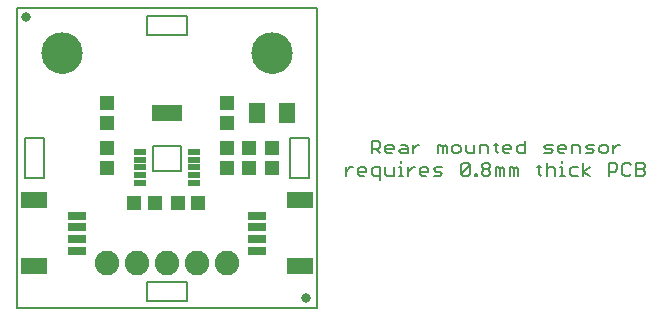
<source format=gts>
G75*
%MOIN*%
%OFA0B0*%
%FSLAX25Y25*%
%IPPOS*%
%LPD*%
%AMOC8*
5,1,8,0,0,1.08239X$1,22.5*
%
%ADD10C,0.00800*%
%ADD11C,0.00000*%
%ADD12C,0.13800*%
%ADD13C,0.03300*%
%ADD14R,0.04737X0.05131*%
%ADD15R,0.03300X0.05800*%
%ADD16R,0.08674X0.05524*%
%ADD17R,0.06115X0.03162*%
%ADD18C,0.08200*%
%ADD19R,0.05131X0.04737*%
%ADD20R,0.04343X0.02296*%
%ADD21C,0.00500*%
%ADD22R,0.05800X0.03300*%
D10*
X0163333Y0075000D02*
X0263333Y0075000D01*
X0263333Y0175000D01*
X0163333Y0175000D01*
X0163333Y0075000D01*
X0273090Y0119150D02*
X0273090Y0121952D01*
X0273090Y0120551D02*
X0274491Y0121952D01*
X0275192Y0121952D01*
X0276927Y0121252D02*
X0277627Y0121952D01*
X0279028Y0121952D01*
X0279729Y0121252D01*
X0279729Y0120551D01*
X0276927Y0120551D01*
X0276927Y0119851D02*
X0276927Y0121252D01*
X0276927Y0119851D02*
X0277627Y0119150D01*
X0279028Y0119150D01*
X0281531Y0119851D02*
X0281531Y0121252D01*
X0282231Y0121952D01*
X0284333Y0121952D01*
X0284333Y0117749D01*
X0284333Y0119150D02*
X0282231Y0119150D01*
X0281531Y0119851D01*
X0286134Y0119851D02*
X0286134Y0121952D01*
X0286134Y0119851D02*
X0286835Y0119150D01*
X0288937Y0119150D01*
X0288937Y0121952D01*
X0290738Y0121952D02*
X0291439Y0121952D01*
X0291439Y0119150D01*
X0290738Y0119150D02*
X0292140Y0119150D01*
X0293808Y0119150D02*
X0293808Y0121952D01*
X0293808Y0120551D02*
X0295209Y0121952D01*
X0295909Y0121952D01*
X0297644Y0121252D02*
X0297644Y0119851D01*
X0298345Y0119150D01*
X0299746Y0119150D01*
X0300447Y0120551D02*
X0297644Y0120551D01*
X0297644Y0121252D02*
X0298345Y0121952D01*
X0299746Y0121952D01*
X0300447Y0121252D01*
X0300447Y0120551D01*
X0302248Y0121252D02*
X0302949Y0121952D01*
X0305051Y0121952D01*
X0304350Y0120551D02*
X0302949Y0120551D01*
X0302248Y0121252D01*
X0302248Y0119150D02*
X0304350Y0119150D01*
X0305051Y0119851D01*
X0304350Y0120551D01*
X0311456Y0119851D02*
X0314258Y0122653D01*
X0314258Y0119851D01*
X0313558Y0119150D01*
X0312157Y0119150D01*
X0311456Y0119851D01*
X0311456Y0122653D01*
X0312157Y0123354D01*
X0313558Y0123354D01*
X0314258Y0122653D01*
X0318362Y0122653D02*
X0318362Y0121952D01*
X0319063Y0121252D01*
X0320464Y0121252D01*
X0321164Y0120551D01*
X0321164Y0119851D01*
X0320464Y0119150D01*
X0319063Y0119150D01*
X0318362Y0119851D01*
X0318362Y0120551D01*
X0319063Y0121252D01*
X0320464Y0121252D02*
X0321164Y0121952D01*
X0321164Y0122653D01*
X0320464Y0123354D01*
X0319063Y0123354D01*
X0318362Y0122653D01*
X0322966Y0121952D02*
X0323666Y0121952D01*
X0324367Y0121252D01*
X0325068Y0121952D01*
X0325768Y0121252D01*
X0325768Y0119150D01*
X0324367Y0119150D02*
X0324367Y0121252D01*
X0322966Y0121952D02*
X0322966Y0119150D01*
X0327570Y0119150D02*
X0327570Y0121952D01*
X0328270Y0121952D01*
X0328971Y0121252D01*
X0329672Y0121952D01*
X0330372Y0121252D01*
X0330372Y0119150D01*
X0328971Y0119150D02*
X0328971Y0121252D01*
X0336778Y0121952D02*
X0338179Y0121952D01*
X0337478Y0122653D02*
X0337478Y0119851D01*
X0338179Y0119150D01*
X0339847Y0119150D02*
X0339847Y0123354D01*
X0340548Y0121952D02*
X0341949Y0121952D01*
X0342649Y0121252D01*
X0342649Y0119150D01*
X0344451Y0119150D02*
X0345852Y0119150D01*
X0345151Y0119150D02*
X0345151Y0121952D01*
X0344451Y0121952D01*
X0345151Y0123354D02*
X0345151Y0124054D01*
X0345785Y0126650D02*
X0344384Y0126650D01*
X0343684Y0127351D01*
X0343684Y0128752D01*
X0344384Y0129452D01*
X0345785Y0129452D01*
X0346486Y0128752D01*
X0346486Y0128051D01*
X0343684Y0128051D01*
X0341882Y0127351D02*
X0341181Y0128051D01*
X0339780Y0128051D01*
X0339080Y0128752D01*
X0339780Y0129452D01*
X0341882Y0129452D01*
X0341882Y0127351D02*
X0341181Y0126650D01*
X0339080Y0126650D01*
X0332674Y0126650D02*
X0330572Y0126650D01*
X0329872Y0127351D01*
X0329872Y0128752D01*
X0330572Y0129452D01*
X0332674Y0129452D01*
X0332674Y0130854D02*
X0332674Y0126650D01*
X0328070Y0128051D02*
X0325268Y0128051D01*
X0325268Y0127351D02*
X0325268Y0128752D01*
X0325968Y0129452D01*
X0327370Y0129452D01*
X0328070Y0128752D01*
X0328070Y0128051D01*
X0327370Y0126650D02*
X0325968Y0126650D01*
X0325268Y0127351D01*
X0323600Y0126650D02*
X0322899Y0127351D01*
X0322899Y0130153D01*
X0322199Y0129452D02*
X0323600Y0129452D01*
X0320397Y0128752D02*
X0320397Y0126650D01*
X0320397Y0128752D02*
X0319696Y0129452D01*
X0317595Y0129452D01*
X0317595Y0126650D01*
X0315793Y0126650D02*
X0315793Y0129452D01*
X0312991Y0129452D02*
X0312991Y0127351D01*
X0313691Y0126650D01*
X0315793Y0126650D01*
X0311189Y0127351D02*
X0311189Y0128752D01*
X0310489Y0129452D01*
X0309087Y0129452D01*
X0308387Y0128752D01*
X0308387Y0127351D01*
X0309087Y0126650D01*
X0310489Y0126650D01*
X0311189Y0127351D01*
X0306585Y0126650D02*
X0306585Y0128752D01*
X0305885Y0129452D01*
X0305184Y0128752D01*
X0305184Y0126650D01*
X0303783Y0126650D02*
X0303783Y0129452D01*
X0304483Y0129452D01*
X0305184Y0128752D01*
X0297444Y0129452D02*
X0296744Y0129452D01*
X0295342Y0128051D01*
X0295342Y0126650D02*
X0295342Y0129452D01*
X0293541Y0128752D02*
X0292840Y0129452D01*
X0291439Y0129452D01*
X0291439Y0128051D02*
X0293541Y0128051D01*
X0293541Y0128752D02*
X0293541Y0126650D01*
X0291439Y0126650D01*
X0290738Y0127351D01*
X0291439Y0128051D01*
X0288937Y0128051D02*
X0286135Y0128051D01*
X0286135Y0127351D02*
X0286135Y0128752D01*
X0286835Y0129452D01*
X0288236Y0129452D01*
X0288937Y0128752D01*
X0288937Y0128051D01*
X0288236Y0126650D02*
X0286835Y0126650D01*
X0286135Y0127351D01*
X0284333Y0126650D02*
X0282932Y0128051D01*
X0283632Y0128051D02*
X0281531Y0128051D01*
X0281531Y0126650D02*
X0281531Y0130854D01*
X0283632Y0130854D01*
X0284333Y0130153D01*
X0284333Y0128752D01*
X0283632Y0128051D01*
X0291439Y0124054D02*
X0291439Y0123354D01*
X0316060Y0119851D02*
X0316761Y0119851D01*
X0316761Y0119150D01*
X0316060Y0119150D01*
X0316060Y0119851D01*
X0339847Y0121252D02*
X0340548Y0121952D01*
X0347520Y0121252D02*
X0347520Y0119851D01*
X0348221Y0119150D01*
X0350323Y0119150D01*
X0352124Y0119150D02*
X0352124Y0123354D01*
X0350323Y0121952D02*
X0348221Y0121952D01*
X0347520Y0121252D01*
X0352124Y0120551D02*
X0354226Y0121952D01*
X0352124Y0120551D02*
X0354226Y0119150D01*
X0360565Y0119150D02*
X0360565Y0123354D01*
X0362666Y0123354D01*
X0363367Y0122653D01*
X0363367Y0121252D01*
X0362666Y0120551D01*
X0360565Y0120551D01*
X0365169Y0119851D02*
X0365869Y0119150D01*
X0367270Y0119150D01*
X0367971Y0119851D01*
X0369772Y0119150D02*
X0371874Y0119150D01*
X0372575Y0119851D01*
X0372575Y0120551D01*
X0371874Y0121252D01*
X0369772Y0121252D01*
X0369772Y0119150D02*
X0369772Y0123354D01*
X0371874Y0123354D01*
X0372575Y0122653D01*
X0372575Y0121952D01*
X0371874Y0121252D01*
X0367971Y0122653D02*
X0367270Y0123354D01*
X0365869Y0123354D01*
X0365169Y0122653D01*
X0365169Y0119851D01*
X0362099Y0126650D02*
X0362099Y0129452D01*
X0362099Y0128051D02*
X0363500Y0129452D01*
X0364201Y0129452D01*
X0360298Y0128752D02*
X0359597Y0129452D01*
X0358196Y0129452D01*
X0357495Y0128752D01*
X0357495Y0127351D01*
X0358196Y0126650D01*
X0359597Y0126650D01*
X0360298Y0127351D01*
X0360298Y0128752D01*
X0355694Y0129452D02*
X0353592Y0129452D01*
X0352891Y0128752D01*
X0353592Y0128051D01*
X0354993Y0128051D01*
X0355694Y0127351D01*
X0354993Y0126650D01*
X0352891Y0126650D01*
X0351090Y0126650D02*
X0351090Y0128752D01*
X0350389Y0129452D01*
X0348287Y0129452D01*
X0348287Y0126650D01*
D11*
X0241833Y0160000D02*
X0241835Y0160161D01*
X0241841Y0160321D01*
X0241851Y0160482D01*
X0241865Y0160642D01*
X0241883Y0160802D01*
X0241904Y0160961D01*
X0241930Y0161120D01*
X0241960Y0161278D01*
X0241993Y0161435D01*
X0242031Y0161592D01*
X0242072Y0161747D01*
X0242117Y0161901D01*
X0242166Y0162054D01*
X0242219Y0162206D01*
X0242275Y0162357D01*
X0242336Y0162506D01*
X0242399Y0162654D01*
X0242467Y0162800D01*
X0242538Y0162944D01*
X0242612Y0163086D01*
X0242690Y0163227D01*
X0242772Y0163365D01*
X0242857Y0163502D01*
X0242945Y0163636D01*
X0243037Y0163768D01*
X0243132Y0163898D01*
X0243230Y0164026D01*
X0243331Y0164151D01*
X0243435Y0164273D01*
X0243542Y0164393D01*
X0243652Y0164510D01*
X0243765Y0164625D01*
X0243881Y0164736D01*
X0244000Y0164845D01*
X0244121Y0164950D01*
X0244245Y0165053D01*
X0244371Y0165153D01*
X0244499Y0165249D01*
X0244630Y0165342D01*
X0244764Y0165432D01*
X0244899Y0165519D01*
X0245037Y0165602D01*
X0245176Y0165682D01*
X0245318Y0165758D01*
X0245461Y0165831D01*
X0245606Y0165900D01*
X0245753Y0165966D01*
X0245901Y0166028D01*
X0246051Y0166086D01*
X0246202Y0166141D01*
X0246355Y0166192D01*
X0246509Y0166239D01*
X0246664Y0166282D01*
X0246820Y0166321D01*
X0246976Y0166357D01*
X0247134Y0166388D01*
X0247292Y0166416D01*
X0247451Y0166440D01*
X0247611Y0166460D01*
X0247771Y0166476D01*
X0247931Y0166488D01*
X0248092Y0166496D01*
X0248253Y0166500D01*
X0248413Y0166500D01*
X0248574Y0166496D01*
X0248735Y0166488D01*
X0248895Y0166476D01*
X0249055Y0166460D01*
X0249215Y0166440D01*
X0249374Y0166416D01*
X0249532Y0166388D01*
X0249690Y0166357D01*
X0249846Y0166321D01*
X0250002Y0166282D01*
X0250157Y0166239D01*
X0250311Y0166192D01*
X0250464Y0166141D01*
X0250615Y0166086D01*
X0250765Y0166028D01*
X0250913Y0165966D01*
X0251060Y0165900D01*
X0251205Y0165831D01*
X0251348Y0165758D01*
X0251490Y0165682D01*
X0251629Y0165602D01*
X0251767Y0165519D01*
X0251902Y0165432D01*
X0252036Y0165342D01*
X0252167Y0165249D01*
X0252295Y0165153D01*
X0252421Y0165053D01*
X0252545Y0164950D01*
X0252666Y0164845D01*
X0252785Y0164736D01*
X0252901Y0164625D01*
X0253014Y0164510D01*
X0253124Y0164393D01*
X0253231Y0164273D01*
X0253335Y0164151D01*
X0253436Y0164026D01*
X0253534Y0163898D01*
X0253629Y0163768D01*
X0253721Y0163636D01*
X0253809Y0163502D01*
X0253894Y0163365D01*
X0253976Y0163227D01*
X0254054Y0163086D01*
X0254128Y0162944D01*
X0254199Y0162800D01*
X0254267Y0162654D01*
X0254330Y0162506D01*
X0254391Y0162357D01*
X0254447Y0162206D01*
X0254500Y0162054D01*
X0254549Y0161901D01*
X0254594Y0161747D01*
X0254635Y0161592D01*
X0254673Y0161435D01*
X0254706Y0161278D01*
X0254736Y0161120D01*
X0254762Y0160961D01*
X0254783Y0160802D01*
X0254801Y0160642D01*
X0254815Y0160482D01*
X0254825Y0160321D01*
X0254831Y0160161D01*
X0254833Y0160000D01*
X0254831Y0159839D01*
X0254825Y0159679D01*
X0254815Y0159518D01*
X0254801Y0159358D01*
X0254783Y0159198D01*
X0254762Y0159039D01*
X0254736Y0158880D01*
X0254706Y0158722D01*
X0254673Y0158565D01*
X0254635Y0158408D01*
X0254594Y0158253D01*
X0254549Y0158099D01*
X0254500Y0157946D01*
X0254447Y0157794D01*
X0254391Y0157643D01*
X0254330Y0157494D01*
X0254267Y0157346D01*
X0254199Y0157200D01*
X0254128Y0157056D01*
X0254054Y0156914D01*
X0253976Y0156773D01*
X0253894Y0156635D01*
X0253809Y0156498D01*
X0253721Y0156364D01*
X0253629Y0156232D01*
X0253534Y0156102D01*
X0253436Y0155974D01*
X0253335Y0155849D01*
X0253231Y0155727D01*
X0253124Y0155607D01*
X0253014Y0155490D01*
X0252901Y0155375D01*
X0252785Y0155264D01*
X0252666Y0155155D01*
X0252545Y0155050D01*
X0252421Y0154947D01*
X0252295Y0154847D01*
X0252167Y0154751D01*
X0252036Y0154658D01*
X0251902Y0154568D01*
X0251767Y0154481D01*
X0251629Y0154398D01*
X0251490Y0154318D01*
X0251348Y0154242D01*
X0251205Y0154169D01*
X0251060Y0154100D01*
X0250913Y0154034D01*
X0250765Y0153972D01*
X0250615Y0153914D01*
X0250464Y0153859D01*
X0250311Y0153808D01*
X0250157Y0153761D01*
X0250002Y0153718D01*
X0249846Y0153679D01*
X0249690Y0153643D01*
X0249532Y0153612D01*
X0249374Y0153584D01*
X0249215Y0153560D01*
X0249055Y0153540D01*
X0248895Y0153524D01*
X0248735Y0153512D01*
X0248574Y0153504D01*
X0248413Y0153500D01*
X0248253Y0153500D01*
X0248092Y0153504D01*
X0247931Y0153512D01*
X0247771Y0153524D01*
X0247611Y0153540D01*
X0247451Y0153560D01*
X0247292Y0153584D01*
X0247134Y0153612D01*
X0246976Y0153643D01*
X0246820Y0153679D01*
X0246664Y0153718D01*
X0246509Y0153761D01*
X0246355Y0153808D01*
X0246202Y0153859D01*
X0246051Y0153914D01*
X0245901Y0153972D01*
X0245753Y0154034D01*
X0245606Y0154100D01*
X0245461Y0154169D01*
X0245318Y0154242D01*
X0245176Y0154318D01*
X0245037Y0154398D01*
X0244899Y0154481D01*
X0244764Y0154568D01*
X0244630Y0154658D01*
X0244499Y0154751D01*
X0244371Y0154847D01*
X0244245Y0154947D01*
X0244121Y0155050D01*
X0244000Y0155155D01*
X0243881Y0155264D01*
X0243765Y0155375D01*
X0243652Y0155490D01*
X0243542Y0155607D01*
X0243435Y0155727D01*
X0243331Y0155849D01*
X0243230Y0155974D01*
X0243132Y0156102D01*
X0243037Y0156232D01*
X0242945Y0156364D01*
X0242857Y0156498D01*
X0242772Y0156635D01*
X0242690Y0156773D01*
X0242612Y0156914D01*
X0242538Y0157056D01*
X0242467Y0157200D01*
X0242399Y0157346D01*
X0242336Y0157494D01*
X0242275Y0157643D01*
X0242219Y0157794D01*
X0242166Y0157946D01*
X0242117Y0158099D01*
X0242072Y0158253D01*
X0242031Y0158408D01*
X0241993Y0158565D01*
X0241960Y0158722D01*
X0241930Y0158880D01*
X0241904Y0159039D01*
X0241883Y0159198D01*
X0241865Y0159358D01*
X0241851Y0159518D01*
X0241841Y0159679D01*
X0241835Y0159839D01*
X0241833Y0160000D01*
X0171833Y0160000D02*
X0171835Y0160161D01*
X0171841Y0160321D01*
X0171851Y0160482D01*
X0171865Y0160642D01*
X0171883Y0160802D01*
X0171904Y0160961D01*
X0171930Y0161120D01*
X0171960Y0161278D01*
X0171993Y0161435D01*
X0172031Y0161592D01*
X0172072Y0161747D01*
X0172117Y0161901D01*
X0172166Y0162054D01*
X0172219Y0162206D01*
X0172275Y0162357D01*
X0172336Y0162506D01*
X0172399Y0162654D01*
X0172467Y0162800D01*
X0172538Y0162944D01*
X0172612Y0163086D01*
X0172690Y0163227D01*
X0172772Y0163365D01*
X0172857Y0163502D01*
X0172945Y0163636D01*
X0173037Y0163768D01*
X0173132Y0163898D01*
X0173230Y0164026D01*
X0173331Y0164151D01*
X0173435Y0164273D01*
X0173542Y0164393D01*
X0173652Y0164510D01*
X0173765Y0164625D01*
X0173881Y0164736D01*
X0174000Y0164845D01*
X0174121Y0164950D01*
X0174245Y0165053D01*
X0174371Y0165153D01*
X0174499Y0165249D01*
X0174630Y0165342D01*
X0174764Y0165432D01*
X0174899Y0165519D01*
X0175037Y0165602D01*
X0175176Y0165682D01*
X0175318Y0165758D01*
X0175461Y0165831D01*
X0175606Y0165900D01*
X0175753Y0165966D01*
X0175901Y0166028D01*
X0176051Y0166086D01*
X0176202Y0166141D01*
X0176355Y0166192D01*
X0176509Y0166239D01*
X0176664Y0166282D01*
X0176820Y0166321D01*
X0176976Y0166357D01*
X0177134Y0166388D01*
X0177292Y0166416D01*
X0177451Y0166440D01*
X0177611Y0166460D01*
X0177771Y0166476D01*
X0177931Y0166488D01*
X0178092Y0166496D01*
X0178253Y0166500D01*
X0178413Y0166500D01*
X0178574Y0166496D01*
X0178735Y0166488D01*
X0178895Y0166476D01*
X0179055Y0166460D01*
X0179215Y0166440D01*
X0179374Y0166416D01*
X0179532Y0166388D01*
X0179690Y0166357D01*
X0179846Y0166321D01*
X0180002Y0166282D01*
X0180157Y0166239D01*
X0180311Y0166192D01*
X0180464Y0166141D01*
X0180615Y0166086D01*
X0180765Y0166028D01*
X0180913Y0165966D01*
X0181060Y0165900D01*
X0181205Y0165831D01*
X0181348Y0165758D01*
X0181490Y0165682D01*
X0181629Y0165602D01*
X0181767Y0165519D01*
X0181902Y0165432D01*
X0182036Y0165342D01*
X0182167Y0165249D01*
X0182295Y0165153D01*
X0182421Y0165053D01*
X0182545Y0164950D01*
X0182666Y0164845D01*
X0182785Y0164736D01*
X0182901Y0164625D01*
X0183014Y0164510D01*
X0183124Y0164393D01*
X0183231Y0164273D01*
X0183335Y0164151D01*
X0183436Y0164026D01*
X0183534Y0163898D01*
X0183629Y0163768D01*
X0183721Y0163636D01*
X0183809Y0163502D01*
X0183894Y0163365D01*
X0183976Y0163227D01*
X0184054Y0163086D01*
X0184128Y0162944D01*
X0184199Y0162800D01*
X0184267Y0162654D01*
X0184330Y0162506D01*
X0184391Y0162357D01*
X0184447Y0162206D01*
X0184500Y0162054D01*
X0184549Y0161901D01*
X0184594Y0161747D01*
X0184635Y0161592D01*
X0184673Y0161435D01*
X0184706Y0161278D01*
X0184736Y0161120D01*
X0184762Y0160961D01*
X0184783Y0160802D01*
X0184801Y0160642D01*
X0184815Y0160482D01*
X0184825Y0160321D01*
X0184831Y0160161D01*
X0184833Y0160000D01*
X0184831Y0159839D01*
X0184825Y0159679D01*
X0184815Y0159518D01*
X0184801Y0159358D01*
X0184783Y0159198D01*
X0184762Y0159039D01*
X0184736Y0158880D01*
X0184706Y0158722D01*
X0184673Y0158565D01*
X0184635Y0158408D01*
X0184594Y0158253D01*
X0184549Y0158099D01*
X0184500Y0157946D01*
X0184447Y0157794D01*
X0184391Y0157643D01*
X0184330Y0157494D01*
X0184267Y0157346D01*
X0184199Y0157200D01*
X0184128Y0157056D01*
X0184054Y0156914D01*
X0183976Y0156773D01*
X0183894Y0156635D01*
X0183809Y0156498D01*
X0183721Y0156364D01*
X0183629Y0156232D01*
X0183534Y0156102D01*
X0183436Y0155974D01*
X0183335Y0155849D01*
X0183231Y0155727D01*
X0183124Y0155607D01*
X0183014Y0155490D01*
X0182901Y0155375D01*
X0182785Y0155264D01*
X0182666Y0155155D01*
X0182545Y0155050D01*
X0182421Y0154947D01*
X0182295Y0154847D01*
X0182167Y0154751D01*
X0182036Y0154658D01*
X0181902Y0154568D01*
X0181767Y0154481D01*
X0181629Y0154398D01*
X0181490Y0154318D01*
X0181348Y0154242D01*
X0181205Y0154169D01*
X0181060Y0154100D01*
X0180913Y0154034D01*
X0180765Y0153972D01*
X0180615Y0153914D01*
X0180464Y0153859D01*
X0180311Y0153808D01*
X0180157Y0153761D01*
X0180002Y0153718D01*
X0179846Y0153679D01*
X0179690Y0153643D01*
X0179532Y0153612D01*
X0179374Y0153584D01*
X0179215Y0153560D01*
X0179055Y0153540D01*
X0178895Y0153524D01*
X0178735Y0153512D01*
X0178574Y0153504D01*
X0178413Y0153500D01*
X0178253Y0153500D01*
X0178092Y0153504D01*
X0177931Y0153512D01*
X0177771Y0153524D01*
X0177611Y0153540D01*
X0177451Y0153560D01*
X0177292Y0153584D01*
X0177134Y0153612D01*
X0176976Y0153643D01*
X0176820Y0153679D01*
X0176664Y0153718D01*
X0176509Y0153761D01*
X0176355Y0153808D01*
X0176202Y0153859D01*
X0176051Y0153914D01*
X0175901Y0153972D01*
X0175753Y0154034D01*
X0175606Y0154100D01*
X0175461Y0154169D01*
X0175318Y0154242D01*
X0175176Y0154318D01*
X0175037Y0154398D01*
X0174899Y0154481D01*
X0174764Y0154568D01*
X0174630Y0154658D01*
X0174499Y0154751D01*
X0174371Y0154847D01*
X0174245Y0154947D01*
X0174121Y0155050D01*
X0174000Y0155155D01*
X0173881Y0155264D01*
X0173765Y0155375D01*
X0173652Y0155490D01*
X0173542Y0155607D01*
X0173435Y0155727D01*
X0173331Y0155849D01*
X0173230Y0155974D01*
X0173132Y0156102D01*
X0173037Y0156232D01*
X0172945Y0156364D01*
X0172857Y0156498D01*
X0172772Y0156635D01*
X0172690Y0156773D01*
X0172612Y0156914D01*
X0172538Y0157056D01*
X0172467Y0157200D01*
X0172399Y0157346D01*
X0172336Y0157494D01*
X0172275Y0157643D01*
X0172219Y0157794D01*
X0172166Y0157946D01*
X0172117Y0158099D01*
X0172072Y0158253D01*
X0172031Y0158408D01*
X0171993Y0158565D01*
X0171960Y0158722D01*
X0171930Y0158880D01*
X0171904Y0159039D01*
X0171883Y0159198D01*
X0171865Y0159358D01*
X0171851Y0159518D01*
X0171841Y0159679D01*
X0171835Y0159839D01*
X0171833Y0160000D01*
D12*
X0178333Y0160000D03*
X0248333Y0160000D03*
D13*
X0166333Y0172000D03*
X0259833Y0078500D03*
D14*
X0248333Y0121654D03*
X0240833Y0121654D03*
X0233333Y0121654D03*
X0233333Y0128346D03*
X0240833Y0128346D03*
X0248333Y0128346D03*
X0233333Y0136654D03*
X0233333Y0143346D03*
X0193333Y0143346D03*
X0193333Y0136654D03*
X0193333Y0128346D03*
X0193333Y0121654D03*
D15*
X0210133Y0140000D03*
X0213333Y0140000D03*
X0216533Y0140000D03*
D16*
X0257802Y0111024D03*
X0257802Y0088976D03*
X0168865Y0088976D03*
X0168865Y0111024D03*
D17*
X0183333Y0105906D03*
X0183333Y0101969D03*
X0183333Y0098031D03*
X0183333Y0094094D03*
X0243333Y0094094D03*
X0243333Y0098031D03*
X0243333Y0101969D03*
X0243333Y0105906D03*
D18*
X0233333Y0090000D03*
X0223333Y0090000D03*
X0213333Y0090000D03*
X0203333Y0090000D03*
X0193333Y0090000D03*
D19*
X0202487Y0110000D03*
X0209180Y0110000D03*
X0216987Y0110000D03*
X0223680Y0110000D03*
D20*
X0222487Y0116882D03*
X0222487Y0119441D03*
X0222487Y0122000D03*
X0222487Y0124559D03*
X0222487Y0127118D03*
X0204180Y0127118D03*
X0204180Y0124559D03*
X0204180Y0122000D03*
X0204180Y0119441D03*
X0204180Y0116882D03*
D21*
X0208609Y0120819D02*
X0208609Y0129087D01*
X0218058Y0129087D01*
X0218058Y0120819D01*
X0208609Y0120819D01*
X0172192Y0118307D02*
X0165892Y0118307D01*
X0165892Y0131693D01*
X0172192Y0131693D01*
X0172192Y0118307D01*
X0206640Y0083858D02*
X0206640Y0077559D01*
X0220026Y0077559D01*
X0220026Y0083858D01*
X0206640Y0083858D01*
X0254475Y0118307D02*
X0260774Y0118307D01*
X0260774Y0131693D01*
X0254475Y0131693D01*
X0254475Y0118307D01*
X0220026Y0166142D02*
X0206640Y0166142D01*
X0206640Y0172441D01*
X0220026Y0172441D01*
X0220026Y0166142D01*
D22*
X0243333Y0141600D03*
X0243333Y0138400D03*
X0253333Y0138400D03*
X0253333Y0141600D03*
M02*

</source>
